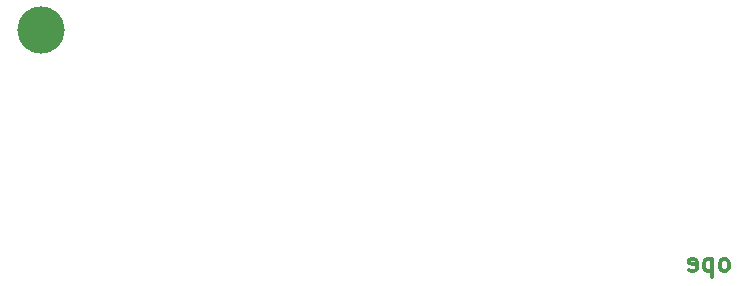
<source format=gbr>
G04 #@! TF.GenerationSoftware,KiCad,Pcbnew,(5.1.10-1-10_14)*
G04 #@! TF.CreationDate,2021-08-18T21:15:36-05:00*
G04 #@! TF.ProjectId,PCB-Keychains,5043422d-4b65-4796-9368-61696e732e6b,rev?*
G04 #@! TF.SameCoordinates,Original*
G04 #@! TF.FileFunction,Soldermask,Bot*
G04 #@! TF.FilePolarity,Negative*
%FSLAX46Y46*%
G04 Gerber Fmt 4.6, Leading zero omitted, Abs format (unit mm)*
G04 Created by KiCad (PCBNEW (5.1.10-1-10_14)) date 2021-08-18 21:15:36*
%MOMM*%
%LPD*%
G01*
G04 APERTURE LIST*
%ADD10C,0.375000*%
%ADD11C,4.000000*%
G04 APERTURE END LIST*
D10*
X92287321Y-61192321D02*
X92430178Y-61120892D01*
X92501607Y-61049464D01*
X92573035Y-60906607D01*
X92573035Y-60478035D01*
X92501607Y-60335178D01*
X92430178Y-60263750D01*
X92287321Y-60192321D01*
X92073035Y-60192321D01*
X91930178Y-60263750D01*
X91858750Y-60335178D01*
X91787321Y-60478035D01*
X91787321Y-60906607D01*
X91858750Y-61049464D01*
X91930178Y-61120892D01*
X92073035Y-61192321D01*
X92287321Y-61192321D01*
X91144464Y-60192321D02*
X91144464Y-61692321D01*
X91144464Y-60263750D02*
X91001607Y-60192321D01*
X90715892Y-60192321D01*
X90573035Y-60263750D01*
X90501607Y-60335178D01*
X90430178Y-60478035D01*
X90430178Y-60906607D01*
X90501607Y-61049464D01*
X90573035Y-61120892D01*
X90715892Y-61192321D01*
X91001607Y-61192321D01*
X91144464Y-61120892D01*
X89215892Y-61120892D02*
X89358750Y-61192321D01*
X89644464Y-61192321D01*
X89787321Y-61120892D01*
X89858750Y-60978035D01*
X89858750Y-60406607D01*
X89787321Y-60263750D01*
X89644464Y-60192321D01*
X89358750Y-60192321D01*
X89215892Y-60263750D01*
X89144464Y-60406607D01*
X89144464Y-60549464D01*
X89858750Y-60692321D01*
D11*
X34358750Y-40763750D03*
M02*

</source>
